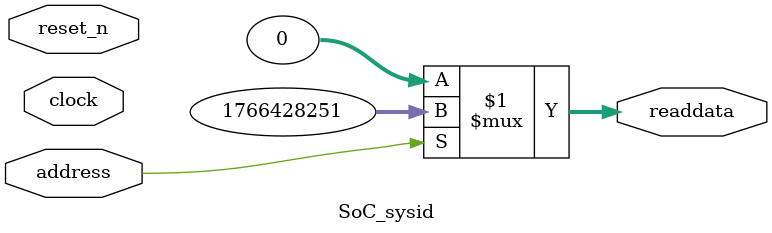
<source format=v>

`timescale 1ns / 1ps
// synthesis translate_on

// turn off superfluous verilog processor warnings 
// altera message_level Level1 
// altera message_off 10034 10035 10036 10037 10230 10240 10030 

module SoC_sysid (
               // inputs:
                address,
                clock,
                reset_n,

               // outputs:
                readdata
             )
;

  output  [ 31: 0] readdata;
  input            address;
  input            clock;
  input            reset_n;

  wire    [ 31: 0] readdata;
  //control_slave, which is an e_avalon_slave
  assign readdata = address ? 1766428251 : 0;

endmodule




</source>
